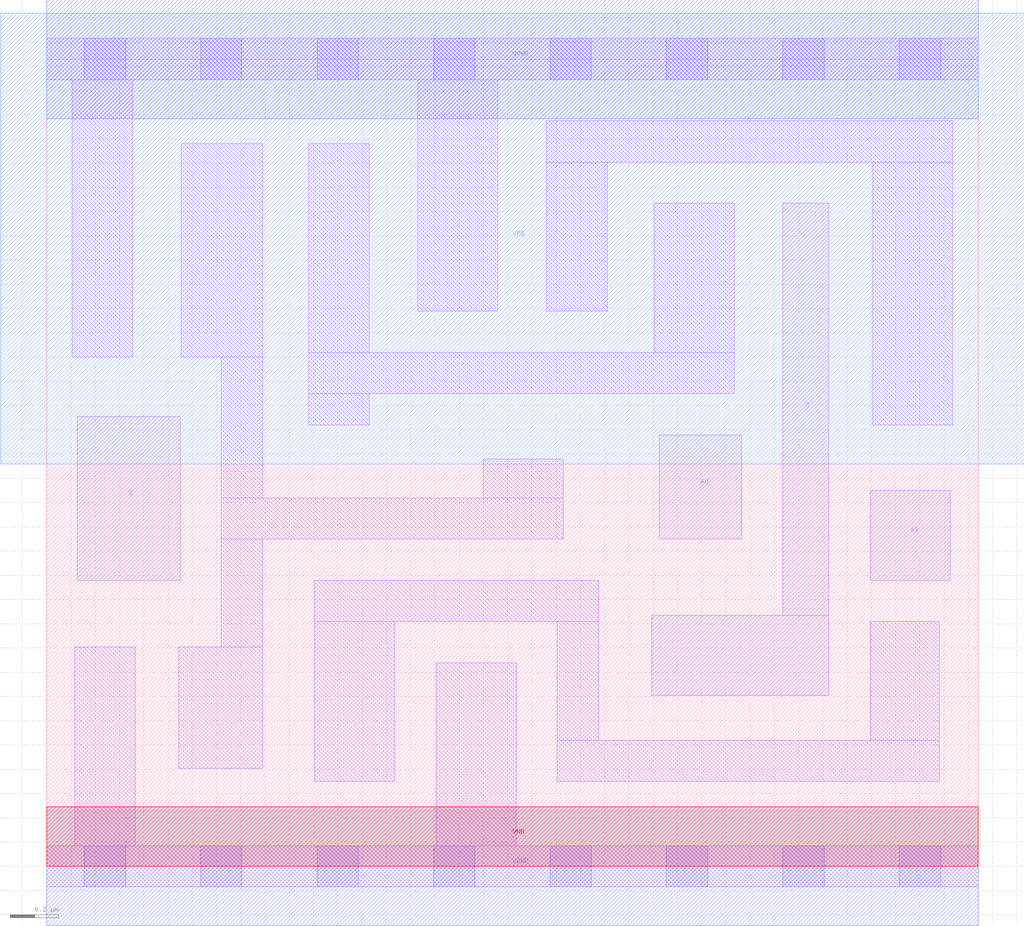
<source format=lef>
# Copyright 2020 The SkyWater PDK Authors
#
# Licensed under the Apache License, Version 2.0 (the "License");
# you may not use this file except in compliance with the License.
# You may obtain a copy of the License at
#
#     https://www.apache.org/licenses/LICENSE-2.0
#
# Unless required by applicable law or agreed to in writing, software
# distributed under the License is distributed on an "AS IS" BASIS,
# WITHOUT WARRANTIES OR CONDITIONS OF ANY KIND, either express or implied.
# See the License for the specific language governing permissions and
# limitations under the License.
#
# SPDX-License-Identifier: Apache-2.0

VERSION 5.7 ;
  NOWIREEXTENSIONATPIN ON ;
  DIVIDERCHAR "/" ;
  BUSBITCHARS "[]" ;
MACRO sky130_fd_sc_hs__mux2i_1
  CLASS CORE ;
  FOREIGN sky130_fd_sc_hs__mux2i_1 ;
  ORIGIN  0.000000  0.000000 ;
  SIZE  3.840000 BY  3.330000 ;
  SYMMETRY X Y ;
  SITE unit ;
  PIN A0
    ANTENNAGATEAREA  0.279000 ;
    DIRECTION INPUT ;
    USE SIGNAL ;
    PORT
      LAYER li1 ;
        RECT 2.525000 1.350000 2.865000 1.780000 ;
    END
  END A0
  PIN A1
    ANTENNAGATEAREA  0.279000 ;
    DIRECTION INPUT ;
    USE SIGNAL ;
    PORT
      LAYER li1 ;
        RECT 3.395000 1.180000 3.725000 1.550000 ;
    END
  END A1
  PIN S
    ANTENNAGATEAREA  0.487500 ;
    DIRECTION INPUT ;
    USE SIGNAL ;
    PORT
      LAYER li1 ;
        RECT 0.125000 1.180000 0.550000 1.855000 ;
    END
  END S
  PIN Y
    ANTENNADIFFAREA  0.857700 ;
    DIRECTION OUTPUT ;
    USE SIGNAL ;
    PORT
      LAYER li1 ;
        RECT 2.495000 0.705000 3.225000 1.035000 ;
        RECT 3.035000 1.035000 3.225000 2.735000 ;
    END
  END Y
  PIN VGND
    DIRECTION INOUT ;
    USE GROUND ;
    PORT
      LAYER met1 ;
        RECT 0.000000 -0.245000 3.840000 0.245000 ;
    END
  END VGND
  PIN VNB
    DIRECTION INOUT ;
    USE GROUND ;
    PORT
      LAYER pwell ;
        RECT 0.000000 0.000000 3.840000 0.245000 ;
    END
  END VNB
  PIN VPB
    DIRECTION INOUT ;
    USE POWER ;
    PORT
      LAYER nwell ;
        RECT -0.190000 1.660000 4.030000 3.520000 ;
    END
  END VPB
  PIN VPWR
    DIRECTION INOUT ;
    USE POWER ;
    PORT
      LAYER met1 ;
        RECT 0.000000 3.085000 3.840000 3.575000 ;
    END
  END VPWR
  OBS
    LAYER li1 ;
      RECT 0.000000 -0.085000 3.840000 0.085000 ;
      RECT 0.000000  3.245000 3.840000 3.415000 ;
      RECT 0.105000  2.100000 0.355000 3.245000 ;
      RECT 0.115000  0.085000 0.365000 0.905000 ;
      RECT 0.545000  0.405000 0.890000 0.905000 ;
      RECT 0.555000  2.100000 0.890000 2.980000 ;
      RECT 0.720000  0.905000 0.890000 1.350000 ;
      RECT 0.720000  1.350000 2.130000 1.520000 ;
      RECT 0.720000  1.520000 0.890000 2.100000 ;
      RECT 1.080000  1.820000 1.330000 1.950000 ;
      RECT 1.080000  1.950000 2.835000 2.120000 ;
      RECT 1.080000  2.120000 1.330000 2.980000 ;
      RECT 1.105000  0.350000 1.435000 1.010000 ;
      RECT 1.105000  1.010000 2.275000 1.180000 ;
      RECT 1.530000  2.290000 1.860000 3.245000 ;
      RECT 1.605000  0.085000 1.935000 0.840000 ;
      RECT 1.800000  1.520000 2.130000 1.680000 ;
      RECT 2.060000  2.290000 2.310000 2.905000 ;
      RECT 2.060000  2.905000 3.735000 3.075000 ;
      RECT 2.105000  0.350000 3.680000 0.520000 ;
      RECT 2.105000  0.520000 2.275000 1.010000 ;
      RECT 2.505000  2.120000 2.835000 2.735000 ;
      RECT 3.395000  0.520000 3.680000 1.010000 ;
      RECT 3.405000  1.820000 3.735000 2.905000 ;
    LAYER mcon ;
      RECT 0.155000 -0.085000 0.325000 0.085000 ;
      RECT 0.155000  3.245000 0.325000 3.415000 ;
      RECT 0.635000 -0.085000 0.805000 0.085000 ;
      RECT 0.635000  3.245000 0.805000 3.415000 ;
      RECT 1.115000 -0.085000 1.285000 0.085000 ;
      RECT 1.115000  3.245000 1.285000 3.415000 ;
      RECT 1.595000 -0.085000 1.765000 0.085000 ;
      RECT 1.595000  3.245000 1.765000 3.415000 ;
      RECT 2.075000 -0.085000 2.245000 0.085000 ;
      RECT 2.075000  3.245000 2.245000 3.415000 ;
      RECT 2.555000 -0.085000 2.725000 0.085000 ;
      RECT 2.555000  3.245000 2.725000 3.415000 ;
      RECT 3.035000 -0.085000 3.205000 0.085000 ;
      RECT 3.035000  3.245000 3.205000 3.415000 ;
      RECT 3.515000 -0.085000 3.685000 0.085000 ;
      RECT 3.515000  3.245000 3.685000 3.415000 ;
  END
END sky130_fd_sc_hs__mux2i_1
END LIBRARY

</source>
